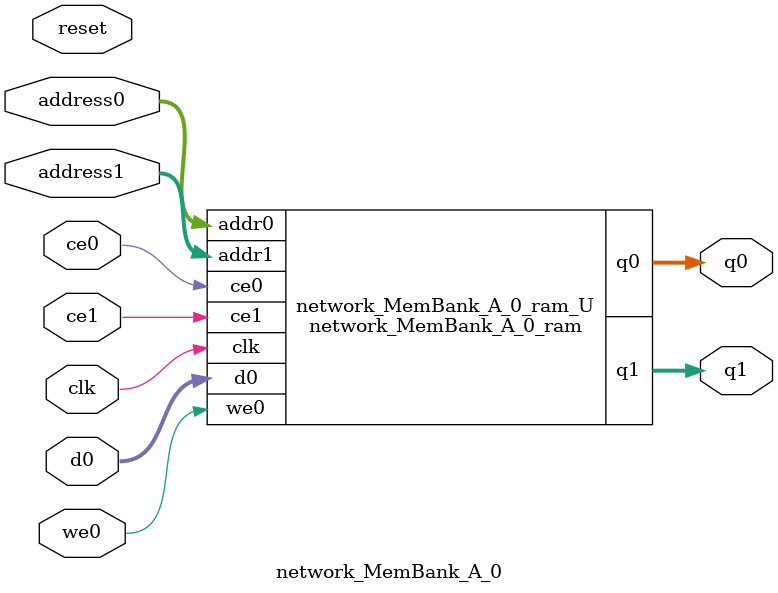
<source format=v>
`timescale 1 ns / 1 ps
module network_MemBank_A_0_ram (addr0, ce0, d0, we0, q0, addr1, ce1, q1,  clk);

parameter DWIDTH = 16;
parameter AWIDTH = 10;
parameter MEM_SIZE = 900;

input[AWIDTH-1:0] addr0;
input ce0;
input[DWIDTH-1:0] d0;
input we0;
output reg[DWIDTH-1:0] q0;
input[AWIDTH-1:0] addr1;
input ce1;
output reg[DWIDTH-1:0] q1;
input clk;

(* ram_style = "block" *)reg [DWIDTH-1:0] ram[0:MEM_SIZE-1];




always @(posedge clk)  
begin 
    if (ce0) 
    begin
        if (we0) 
        begin 
            ram[addr0] <= d0; 
        end 
        q0 <= ram[addr0];
    end
end


always @(posedge clk)  
begin 
    if (ce1) 
    begin
        q1 <= ram[addr1];
    end
end


endmodule

`timescale 1 ns / 1 ps
module network_MemBank_A_0(
    reset,
    clk,
    address0,
    ce0,
    we0,
    d0,
    q0,
    address1,
    ce1,
    q1);

parameter DataWidth = 32'd16;
parameter AddressRange = 32'd900;
parameter AddressWidth = 32'd10;
input reset;
input clk;
input[AddressWidth - 1:0] address0;
input ce0;
input we0;
input[DataWidth - 1:0] d0;
output[DataWidth - 1:0] q0;
input[AddressWidth - 1:0] address1;
input ce1;
output[DataWidth - 1:0] q1;



network_MemBank_A_0_ram network_MemBank_A_0_ram_U(
    .clk( clk ),
    .addr0( address0 ),
    .ce0( ce0 ),
    .we0( we0 ),
    .d0( d0 ),
    .q0( q0 ),
    .addr1( address1 ),
    .ce1( ce1 ),
    .q1( q1 ));

endmodule


</source>
